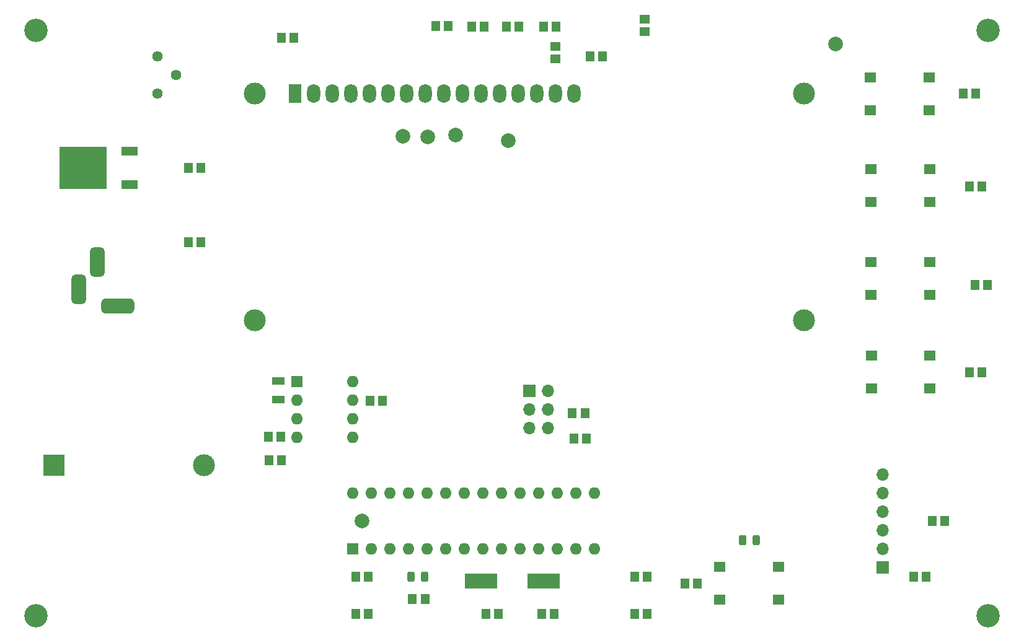
<source format=gbr>
%TF.GenerationSoftware,KiCad,Pcbnew,(6.0.5)*%
%TF.CreationDate,2022-07-22T19:51:40-04:00*%
%TF.ProjectId,Kyamaries-HPS-Clock,4b79616d-6172-4696-9573-2d4850532d43,rev?*%
%TF.SameCoordinates,PX4cdb1d4PY8a63396*%
%TF.FileFunction,Soldermask,Top*%
%TF.FilePolarity,Negative*%
%FSLAX46Y46*%
G04 Gerber Fmt 4.6, Leading zero omitted, Abs format (unit mm)*
G04 Created by KiCad (PCBNEW (6.0.5)) date 2022-07-22 19:51:40*
%MOMM*%
%LPD*%
G01*
G04 APERTURE LIST*
G04 Aperture macros list*
%AMRoundRect*
0 Rectangle with rounded corners*
0 $1 Rounding radius*
0 $2 $3 $4 $5 $6 $7 $8 $9 X,Y pos of 4 corners*
0 Add a 4 corners polygon primitive as box body*
4,1,4,$2,$3,$4,$5,$6,$7,$8,$9,$2,$3,0*
0 Add four circle primitives for the rounded corners*
1,1,$1+$1,$2,$3*
1,1,$1+$1,$4,$5*
1,1,$1+$1,$6,$7*
1,1,$1+$1,$8,$9*
0 Add four rect primitives between the rounded corners*
20,1,$1+$1,$2,$3,$4,$5,0*
20,1,$1+$1,$4,$5,$6,$7,0*
20,1,$1+$1,$6,$7,$8,$9,0*
20,1,$1+$1,$8,$9,$2,$3,0*%
G04 Aperture macros list end*
%ADD10C,3.200000*%
%ADD11C,1.440000*%
%ADD12R,1.150000X1.400000*%
%ADD13C,2.000000*%
%ADD14R,1.600000X1.400000*%
%ADD15C,3.000000*%
%ADD16R,1.800000X2.600000*%
%ADD17O,1.800000X2.600000*%
%ADD18R,1.700000X1.700000*%
%ADD19O,1.700000X1.700000*%
%ADD20R,1.400000X1.150000*%
%ADD21RoundRect,0.500000X0.500000X-1.500000X0.500000X1.500000X-0.500000X1.500000X-0.500000X-1.500000X0*%
%ADD22RoundRect,0.500000X-1.750000X-0.500000X1.750000X-0.500000X1.750000X0.500000X-1.750000X0.500000X0*%
%ADD23RoundRect,0.243750X0.243750X0.456250X-0.243750X0.456250X-0.243750X-0.456250X0.243750X-0.456250X0*%
%ADD24R,1.600000X1.600000*%
%ADD25O,1.600000X1.600000*%
%ADD26RoundRect,0.243750X-0.243750X-0.456250X0.243750X-0.456250X0.243750X0.456250X-0.243750X0.456250X0*%
%ADD27R,2.200000X1.200000*%
%ADD28R,6.400000X5.800000*%
%ADD29R,1.800000X1.000000*%
%ADD30R,4.500000X2.000000*%
%ADD31R,3.000000X3.000000*%
G04 APERTURE END LIST*
D10*
%TO.C,H4*%
X134410732Y5109910D03*
%TD*%
D11*
%TO.C,RV1*%
X21010732Y76529910D03*
X23550732Y79069910D03*
X21010732Y81609910D03*
%TD*%
D12*
%TO.C,R13*%
X93054905Y9561456D03*
X94754905Y9561456D03*
%TD*%
%TO.C,R15*%
X73718517Y85674410D03*
X75418517Y85674410D03*
%TD*%
D13*
%TO.C,TP2*%
X113578740Y83329643D03*
%TD*%
D12*
%TO.C,C1*%
X48100732Y10489910D03*
X49800732Y10489910D03*
%TD*%
%TO.C,R18*%
X58966402Y85731722D03*
X60666402Y85731722D03*
%TD*%
D14*
%TO.C,SW4*%
X118494319Y40701435D03*
X126494319Y40701435D03*
X118494319Y36201435D03*
X126494319Y36201435D03*
%TD*%
D15*
%TO.C,DS1*%
X34311632Y76529910D03*
X109310212Y45529210D03*
X34311632Y45529210D03*
X109310732Y76529910D03*
D16*
X39810732Y76529910D03*
D17*
X42350732Y76529910D03*
X44890732Y76529910D03*
X47430732Y76529910D03*
X49970732Y76529910D03*
X52510732Y76529910D03*
X55050732Y76529910D03*
X57590732Y76529910D03*
X60130732Y76529910D03*
X62670732Y76529910D03*
X65210732Y76529910D03*
X67750732Y76529910D03*
X70290732Y76529910D03*
X72830732Y76529910D03*
X75370732Y76529910D03*
X77910732Y76529910D03*
%TD*%
D12*
%TO.C,C3*%
X124300732Y10489910D03*
X126000732Y10489910D03*
%TD*%
D18*
%TO.C,J1*%
X120070732Y11759910D03*
D19*
X120070732Y14299910D03*
X120070732Y16839910D03*
X120070732Y19379910D03*
X120070732Y21919910D03*
X120070732Y24459910D03*
%TD*%
D18*
%TO.C,J3*%
X71810732Y35889910D03*
D19*
X74350732Y35889910D03*
X71810732Y33349910D03*
X74350732Y33349910D03*
X71810732Y30809910D03*
X74350732Y30809910D03*
%TD*%
D12*
%TO.C,R6*%
X55819948Y7389407D03*
X57519948Y7389407D03*
%TD*%
D14*
%TO.C,SW2*%
X118442738Y66182361D03*
X126442738Y66182361D03*
X118442738Y61682361D03*
X126442738Y61682361D03*
%TD*%
D12*
%TO.C,R11*%
X134372485Y50395442D03*
X132672485Y50395442D03*
%TD*%
D14*
%TO.C,SW3*%
X118468529Y53493479D03*
X126468529Y53493479D03*
X118468529Y48993479D03*
X126468529Y48993479D03*
%TD*%
D20*
%TO.C,C12*%
X87510705Y86655424D03*
X87510705Y84955424D03*
%TD*%
D10*
%TO.C,H2*%
X134410732Y85109910D03*
%TD*%
D21*
%TO.C,J2*%
X12745628Y53449010D03*
X10245628Y49749010D03*
D22*
X15545628Y47449010D03*
%TD*%
D12*
%TO.C,R8*%
X131070732Y76529910D03*
X132770732Y76529910D03*
%TD*%
%TO.C,R2*%
X87900732Y10489910D03*
X86200732Y10489910D03*
%TD*%
D10*
%TO.C,H3*%
X4410732Y5109910D03*
%TD*%
D23*
%TO.C,D2*%
X102785852Y15476057D03*
X100910852Y15476057D03*
%TD*%
D12*
%TO.C,R17*%
X63908480Y85674410D03*
X65608480Y85674410D03*
%TD*%
D24*
%TO.C,U3*%
X40033426Y37166191D03*
D25*
X40033426Y34626191D03*
X40033426Y32086191D03*
X40033426Y29546191D03*
X47653426Y29546191D03*
X47653426Y32086191D03*
X47653426Y34626191D03*
X47653426Y37166191D03*
%TD*%
D20*
%TO.C,R14*%
X75313574Y82959602D03*
X75313574Y81259602D03*
%TD*%
D12*
%TO.C,C6*%
X73500732Y5409910D03*
X75200732Y5409910D03*
%TD*%
%TO.C,C4*%
X48100732Y5409910D03*
X49800732Y5409910D03*
%TD*%
D10*
%TO.C,H1*%
X4410732Y85109910D03*
%TD*%
D26*
%TO.C,D1*%
X55633232Y10489910D03*
X57508232Y10489910D03*
%TD*%
D12*
%TO.C,C7*%
X65880732Y5409910D03*
X67580732Y5409910D03*
%TD*%
%TO.C,C13*%
X80042188Y81605257D03*
X81742188Y81605257D03*
%TD*%
D24*
%TO.C,U1*%
X47690732Y14309910D03*
D25*
X50230732Y14309910D03*
X52770732Y14309910D03*
X55310732Y14309910D03*
X57850732Y14309910D03*
X60390732Y14309910D03*
X62930732Y14309910D03*
X65470732Y14309910D03*
X68010732Y14309910D03*
X70550732Y14309910D03*
X73090732Y14309910D03*
X75630732Y14309910D03*
X78170732Y14309910D03*
X80710732Y14309910D03*
X80710732Y21929910D03*
X78170732Y21929910D03*
X75630732Y21929910D03*
X73090732Y21929910D03*
X70550732Y21929910D03*
X68010732Y21929910D03*
X65470732Y21929910D03*
X62930732Y21929910D03*
X60390732Y21929910D03*
X57850732Y21929910D03*
X55310732Y21929910D03*
X52770732Y21929910D03*
X50230732Y21929910D03*
X47690732Y21929910D03*
%TD*%
D14*
%TO.C,SW5*%
X97813964Y11863037D03*
X105813964Y11863037D03*
X97813964Y7363037D03*
X105813964Y7363037D03*
%TD*%
D27*
%TO.C,U2*%
X17150732Y64089910D03*
D28*
X10850732Y66369910D03*
D27*
X17150732Y68649910D03*
%TD*%
D12*
%TO.C,C10*%
X36229590Y26414771D03*
X37929590Y26414771D03*
%TD*%
%TO.C,C2*%
X25240732Y56209910D03*
X26940732Y56209910D03*
%TD*%
%TO.C,C11*%
X50045435Y34550493D03*
X51745435Y34550493D03*
%TD*%
%TO.C,R1*%
X126840732Y18109910D03*
X128540732Y18109910D03*
%TD*%
%TO.C,R5*%
X86200732Y5409910D03*
X87900732Y5409910D03*
%TD*%
%TO.C,R3*%
X77669413Y32810536D03*
X79369413Y32810536D03*
%TD*%
D14*
%TO.C,SW1*%
X118378618Y78728330D03*
X126378618Y78728330D03*
X118378618Y74228330D03*
X126378618Y74228330D03*
%TD*%
D12*
%TO.C,R10*%
X131920732Y63829910D03*
X133620732Y63829910D03*
%TD*%
%TO.C,R9*%
X39640732Y84149910D03*
X37940732Y84149910D03*
%TD*%
%TO.C,R16*%
X68686521Y85640023D03*
X70386521Y85640023D03*
%TD*%
D29*
%TO.C,Y2*%
X37498661Y37231905D03*
X37498661Y34731905D03*
%TD*%
D30*
%TO.C,Y1*%
X65220842Y9862204D03*
X73720842Y9862204D03*
%TD*%
D12*
%TO.C,R7*%
X36105570Y29614491D03*
X37805570Y29614491D03*
%TD*%
%TO.C,R4*%
X77899766Y29326948D03*
X79599766Y29326948D03*
%TD*%
%TO.C,C5*%
X25240732Y66369910D03*
X26940732Y66369910D03*
%TD*%
%TO.C,R12*%
X131920732Y38429910D03*
X133620732Y38429910D03*
%TD*%
D13*
%TO.C,TP1*%
X48950732Y18109910D03*
%TD*%
%TO.C,TP3*%
X54507499Y70693392D03*
%TD*%
%TO.C,TP4*%
X57885331Y70624617D03*
%TD*%
%TO.C,TP6*%
X68910377Y70082663D03*
%TD*%
%TO.C,TP5*%
X61735622Y70830941D03*
%TD*%
D31*
%TO.C,BT1*%
X6857046Y25729926D03*
D15*
X27347046Y25729926D03*
%TD*%
M02*

</source>
